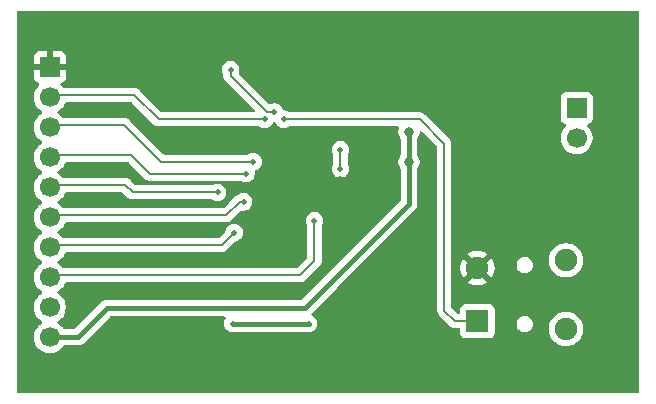
<source format=gbr>
%TF.GenerationSoftware,KiCad,Pcbnew,9.0.2*%
%TF.CreationDate,2025-05-22T21:41:21+02:00*%
%TF.ProjectId,audio_eval01,61756469-6f5f-4657-9661-6c30312e6b69,rev?*%
%TF.SameCoordinates,Original*%
%TF.FileFunction,Copper,L2,Bot*%
%TF.FilePolarity,Positive*%
%FSLAX46Y46*%
G04 Gerber Fmt 4.6, Leading zero omitted, Abs format (unit mm)*
G04 Created by KiCad (PCBNEW 9.0.2) date 2025-05-22 21:41:21*
%MOMM*%
%LPD*%
G01*
G04 APERTURE LIST*
%TA.AperFunction,ComponentPad*%
%ADD10R,1.700000X1.700000*%
%TD*%
%TA.AperFunction,ComponentPad*%
%ADD11C,1.700000*%
%TD*%
%TA.AperFunction,ComponentPad*%
%ADD12R,1.900000X1.900000*%
%TD*%
%TA.AperFunction,ComponentPad*%
%ADD13C,1.900000*%
%TD*%
%TA.AperFunction,ViaPad*%
%ADD14C,0.500000*%
%TD*%
%TA.AperFunction,ViaPad*%
%ADD15C,0.800000*%
%TD*%
%TA.AperFunction,Conductor*%
%ADD16C,0.200000*%
%TD*%
%TA.AperFunction,Conductor*%
%ADD17C,0.400000*%
%TD*%
G04 APERTURE END LIST*
D10*
%TO.P,J3,1,Pin_1*%
%TO.N,Net-(J3-Pin_1)*%
X168800000Y-78460000D03*
D11*
%TO.P,J3,2,Pin_2*%
%TO.N,Net-(J3-Pin_2)*%
X168800000Y-81000000D03*
%TD*%
D10*
%TO.P,J1,1,Pin_1*%
%TO.N,GND*%
X124200000Y-75000000D03*
D11*
%TO.P,J1,2,Pin_2*%
%TO.N,GPIO1*%
X124200000Y-77540000D03*
%TO.P,J1,3,Pin_3*%
%TO.N,DIN*%
X124200000Y-80080000D03*
%TO.P,J1,4,Pin_4*%
%TO.N,WCLK*%
X124200000Y-82620000D03*
%TO.P,J1,5,Pin_5*%
%TO.N,BCLK*%
X124200000Y-85160000D03*
%TO.P,J1,6,Pin_6*%
%TO.N,MCLK*%
X124200000Y-87700000D03*
%TO.P,J1,7,Pin_7*%
%TO.N,SDA*%
X124200000Y-90240000D03*
%TO.P,J1,8,Pin_8*%
%TO.N,SCL*%
X124200000Y-92780000D03*
%TO.P,J1,9,Pin_9*%
%TO.N,3V3*%
X124200000Y-95320000D03*
%TO.P,J1,10,Pin_10*%
%TO.N,5V0*%
X124200000Y-97860000D03*
%TD*%
D12*
%TO.P,J2,R*%
%TO.N,Net-(U1-HPR)*%
X160400000Y-96500000D03*
D13*
%TO.P,J2,S*%
%TO.N,GND*%
X160400000Y-92000000D03*
%TO.P,J2,T*%
%TO.N,Net-(U1-HPL)*%
X167900000Y-97150000D03*
X167900000Y-91350000D03*
%TD*%
D14*
%TO.N,~{RESET}*%
X139500000Y-75200000D03*
X143200000Y-78800000D03*
%TO.N,SCL*%
X146600000Y-88000000D03*
%TO.N,MCLK*%
X140600000Y-86400000D03*
%TO.N,GPIO1*%
X142400000Y-79400000D03*
%TO.N,WCLK*%
X140800000Y-84000000D03*
%TO.N,BCLK*%
X138400000Y-85600000D03*
%TO.N,SDA*%
X139800000Y-89000000D03*
%TO.N,GND*%
X142200000Y-74600000D03*
X142200000Y-76600000D03*
D15*
X148800000Y-84600000D03*
D14*
X142200000Y-75600000D03*
X136200000Y-98000000D03*
X138600000Y-91400000D03*
X148600000Y-80200000D03*
X151700000Y-86200000D03*
X138600000Y-93600000D03*
X152000000Y-76600000D03*
X140200000Y-91400000D03*
X153800000Y-76600000D03*
X135400000Y-98000000D03*
X135400000Y-96800000D03*
X140200000Y-93600000D03*
X150200000Y-76600000D03*
X139400000Y-94400000D03*
X135391896Y-99200000D03*
%TO.N,1V8*%
X146100000Y-96700000D03*
X139700000Y-96700000D03*
%TO.N,DIN*%
X141400000Y-83000000D03*
D15*
%TO.N,5V0*%
X154600000Y-80500000D03*
X154600000Y-83000000D03*
D14*
%TO.N,Net-(U1-HPR)*%
X144000000Y-79400000D03*
%TO.N,Net-(J3-Pin_1)*%
X148800000Y-82000000D03*
X148800000Y-83600000D03*
%TD*%
D16*
%TO.N,~{RESET}*%
X142578341Y-78800000D02*
X143200000Y-78800000D01*
X139500000Y-75200000D02*
X139500000Y-75721659D01*
X139500000Y-75721659D02*
X142578341Y-78800000D01*
%TO.N,SCL*%
X145400000Y-92600000D02*
X146600000Y-91400000D01*
X124380000Y-92600000D02*
X145400000Y-92600000D01*
X124200000Y-92780000D02*
X124380000Y-92600000D01*
X146600000Y-91400000D02*
X146600000Y-88000000D01*
%TO.N,MCLK*%
X140256236Y-86400000D02*
X140600000Y-86400000D01*
X124200000Y-87700000D02*
X124380000Y-87520000D01*
X124380000Y-87520000D02*
X139136236Y-87520000D01*
X139136236Y-87520000D02*
X140256236Y-86400000D01*
%TO.N,GPIO1*%
X131360000Y-77360000D02*
X124380000Y-77360000D01*
X124380000Y-77360000D02*
X124200000Y-77540000D01*
X133400000Y-79400000D02*
X131360000Y-77360000D01*
X142400000Y-79400000D02*
X133400000Y-79400000D01*
%TO.N,WCLK*%
X131092515Y-82440000D02*
X124380000Y-82440000D01*
X124380000Y-82440000D02*
X124200000Y-82620000D01*
X140800000Y-84000000D02*
X132652515Y-84000000D01*
X132652515Y-84000000D02*
X131092515Y-82440000D01*
%TO.N,BCLK*%
X124380000Y-84980000D02*
X124200000Y-85160000D01*
X131200000Y-85600000D02*
X130580000Y-84980000D01*
X130580000Y-84980000D02*
X124380000Y-84980000D01*
X138400000Y-85600000D02*
X131200000Y-85600000D01*
%TO.N,SDA*%
X138740000Y-90060000D02*
X124380000Y-90060000D01*
X139800000Y-89000000D02*
X138740000Y-90060000D01*
X124380000Y-90060000D02*
X124200000Y-90240000D01*
D17*
%TO.N,1V8*%
X146100000Y-96700000D02*
X139700000Y-96700000D01*
D16*
%TO.N,DIN*%
X124380000Y-79900000D02*
X124200000Y-80080000D01*
X133600000Y-83000000D02*
X130500000Y-79900000D01*
X130500000Y-79900000D02*
X124380000Y-79900000D01*
X141400000Y-83000000D02*
X133600000Y-83000000D01*
D17*
%TO.N,5V0*%
X124200000Y-97860000D02*
X126540000Y-97860000D01*
X154600000Y-80500000D02*
X154600000Y-83000000D01*
X126540000Y-97860000D02*
X129000000Y-95400000D01*
X145800000Y-95400000D02*
X154600000Y-86600000D01*
X154600000Y-86600000D02*
X154600000Y-83000000D01*
X129000000Y-95400000D02*
X145800000Y-95400000D01*
D16*
%TO.N,Net-(U1-HPR)*%
X157600000Y-81500000D02*
X157600000Y-95600000D01*
X157600000Y-95600000D02*
X158500000Y-96500000D01*
X144000000Y-79400000D02*
X155500000Y-79400000D01*
X155500000Y-79400000D02*
X157600000Y-81500000D01*
X158500000Y-96500000D02*
X160400000Y-96500000D01*
%TO.N,Net-(J3-Pin_1)*%
X148800000Y-83600000D02*
X148800000Y-82000000D01*
%TD*%
%TA.AperFunction,Conductor*%
%TO.N,GND*%
G36*
X131126942Y-77980185D02*
G01*
X131147583Y-77996818D01*
X133031284Y-79880520D01*
X133031286Y-79880521D01*
X133031290Y-79880524D01*
X133082596Y-79910145D01*
X133168216Y-79959577D01*
X133320943Y-80000501D01*
X133320945Y-80000501D01*
X133486654Y-80000501D01*
X133486670Y-80000500D01*
X141910233Y-80000500D01*
X141977272Y-80020185D01*
X141979124Y-80021398D01*
X142044498Y-80065080D01*
X142044511Y-80065087D01*
X142177586Y-80120208D01*
X142181087Y-80121658D01*
X142181091Y-80121658D01*
X142181092Y-80121659D01*
X142326079Y-80150500D01*
X142326082Y-80150500D01*
X142473920Y-80150500D01*
X142571462Y-80131096D01*
X142618913Y-80121658D01*
X142755495Y-80065084D01*
X142878416Y-79982951D01*
X142982951Y-79878416D01*
X143065084Y-79755495D01*
X143085439Y-79706354D01*
X143129279Y-79651950D01*
X143195573Y-79629885D01*
X143263273Y-79647164D01*
X143310884Y-79698301D01*
X143314561Y-79706354D01*
X143334912Y-79755488D01*
X143334919Y-79755501D01*
X143417048Y-79878415D01*
X143417051Y-79878419D01*
X143521580Y-79982948D01*
X143521584Y-79982951D01*
X143644498Y-80065080D01*
X143644511Y-80065087D01*
X143777586Y-80120208D01*
X143781087Y-80121658D01*
X143781091Y-80121658D01*
X143781092Y-80121659D01*
X143926079Y-80150500D01*
X143926082Y-80150500D01*
X144073920Y-80150500D01*
X144171462Y-80131096D01*
X144218913Y-80121658D01*
X144355495Y-80065084D01*
X144420876Y-80021398D01*
X144487553Y-80000520D01*
X144489767Y-80000500D01*
X153646627Y-80000500D01*
X153713666Y-80020185D01*
X153759421Y-80072989D01*
X153769365Y-80142147D01*
X153761188Y-80171952D01*
X153734106Y-80237332D01*
X153734103Y-80237341D01*
X153699500Y-80411304D01*
X153699500Y-80588695D01*
X153734103Y-80762658D01*
X153734106Y-80762667D01*
X153801984Y-80926542D01*
X153801985Y-80926543D01*
X153801987Y-80926547D01*
X153878602Y-81041208D01*
X153899480Y-81107885D01*
X153899500Y-81110099D01*
X153899500Y-82389899D01*
X153879815Y-82456938D01*
X153878602Y-82458790D01*
X153801988Y-82573449D01*
X153801987Y-82573452D01*
X153734106Y-82737332D01*
X153734103Y-82737341D01*
X153699500Y-82911304D01*
X153699500Y-83088695D01*
X153734103Y-83262658D01*
X153734106Y-83262667D01*
X153801984Y-83426542D01*
X153801985Y-83426543D01*
X153801987Y-83426547D01*
X153868493Y-83526079D01*
X153878602Y-83541208D01*
X153899480Y-83607885D01*
X153899500Y-83610099D01*
X153899500Y-86258481D01*
X153879815Y-86325520D01*
X153863181Y-86346162D01*
X145546162Y-94663181D01*
X145484839Y-94696666D01*
X145458481Y-94699500D01*
X128931003Y-94699500D01*
X128822590Y-94721065D01*
X128822589Y-94721065D01*
X128809131Y-94723742D01*
X128795673Y-94726419D01*
X128795671Y-94726420D01*
X128742866Y-94748292D01*
X128742864Y-94748293D01*
X128742863Y-94748292D01*
X128668196Y-94779221D01*
X128668181Y-94779229D01*
X128634720Y-94801588D01*
X128553457Y-94855886D01*
X128553453Y-94855889D01*
X126286162Y-97123181D01*
X126224839Y-97156666D01*
X126198481Y-97159500D01*
X125423547Y-97159500D01*
X125356508Y-97139815D01*
X125323230Y-97108385D01*
X125270521Y-97035837D01*
X125230107Y-96980211D01*
X125079786Y-96829890D01*
X124907820Y-96704951D01*
X124907115Y-96704591D01*
X124899054Y-96700485D01*
X124848259Y-96652512D01*
X124831463Y-96584692D01*
X124853999Y-96518556D01*
X124899054Y-96479515D01*
X124907816Y-96475051D01*
X124979552Y-96422932D01*
X125079786Y-96350109D01*
X125079788Y-96350106D01*
X125079792Y-96350104D01*
X125230104Y-96199792D01*
X125230106Y-96199788D01*
X125230109Y-96199786D01*
X125355048Y-96027820D01*
X125355047Y-96027820D01*
X125355051Y-96027816D01*
X125451557Y-95838412D01*
X125517246Y-95636243D01*
X125550500Y-95426287D01*
X125550500Y-95213713D01*
X125517246Y-95003757D01*
X125451557Y-94801588D01*
X125355051Y-94612184D01*
X125355049Y-94612181D01*
X125355048Y-94612179D01*
X125230109Y-94440213D01*
X125079786Y-94289890D01*
X124907820Y-94164951D01*
X124907115Y-94164591D01*
X124899054Y-94160485D01*
X124848259Y-94112512D01*
X124831463Y-94044692D01*
X124853999Y-93978556D01*
X124899054Y-93939515D01*
X124907816Y-93935051D01*
X124929789Y-93919086D01*
X125079786Y-93810109D01*
X125079788Y-93810106D01*
X125079792Y-93810104D01*
X125230104Y-93659792D01*
X125230106Y-93659788D01*
X125230109Y-93659786D01*
X125355048Y-93487820D01*
X125355047Y-93487820D01*
X125355051Y-93487816D01*
X125451557Y-93298412D01*
X125455532Y-93286177D01*
X125494971Y-93228504D01*
X125559331Y-93201308D01*
X125573462Y-93200500D01*
X145313331Y-93200500D01*
X145313347Y-93200501D01*
X145320943Y-93200501D01*
X145479054Y-93200501D01*
X145479057Y-93200501D01*
X145631785Y-93159577D01*
X145681904Y-93130639D01*
X145768716Y-93080520D01*
X145880520Y-92968716D01*
X145880520Y-92968714D01*
X145890728Y-92958507D01*
X145890730Y-92958504D01*
X146968713Y-91880521D01*
X146968716Y-91880520D01*
X147080520Y-91768716D01*
X147130639Y-91681904D01*
X147159577Y-91631785D01*
X147200500Y-91479058D01*
X147200500Y-91320943D01*
X147200500Y-88489767D01*
X147220185Y-88422728D01*
X147221398Y-88420876D01*
X147265080Y-88355501D01*
X147265080Y-88355500D01*
X147265084Y-88355495D01*
X147321658Y-88218913D01*
X147335664Y-88148504D01*
X147350500Y-88073920D01*
X147350500Y-87926079D01*
X147321659Y-87781092D01*
X147321658Y-87781091D01*
X147321658Y-87781087D01*
X147321656Y-87781082D01*
X147265087Y-87644511D01*
X147265080Y-87644498D01*
X147182951Y-87521584D01*
X147182948Y-87521580D01*
X147078419Y-87417051D01*
X147078415Y-87417048D01*
X146955501Y-87334919D01*
X146955488Y-87334912D01*
X146818917Y-87278343D01*
X146818907Y-87278340D01*
X146673920Y-87249500D01*
X146673918Y-87249500D01*
X146526082Y-87249500D01*
X146526080Y-87249500D01*
X146381092Y-87278340D01*
X146381082Y-87278343D01*
X146244511Y-87334912D01*
X146244498Y-87334919D01*
X146121584Y-87417048D01*
X146121580Y-87417051D01*
X146017051Y-87521580D01*
X146017048Y-87521584D01*
X145934919Y-87644498D01*
X145934912Y-87644511D01*
X145878343Y-87781082D01*
X145878340Y-87781092D01*
X145849500Y-87926079D01*
X145849500Y-87926082D01*
X145849500Y-88073918D01*
X145849500Y-88073920D01*
X145849499Y-88073920D01*
X145878340Y-88218907D01*
X145878343Y-88218917D01*
X145934912Y-88355488D01*
X145934919Y-88355501D01*
X145978602Y-88420876D01*
X145999480Y-88487553D01*
X145999500Y-88489767D01*
X145999500Y-91099903D01*
X145979815Y-91166942D01*
X145963181Y-91187584D01*
X145187584Y-91963181D01*
X145126261Y-91996666D01*
X145099903Y-91999500D01*
X125365425Y-91999500D01*
X125298386Y-91979815D01*
X125265107Y-91948385D01*
X125230107Y-91900212D01*
X125230102Y-91900206D01*
X125079786Y-91749890D01*
X124907820Y-91624951D01*
X124907115Y-91624591D01*
X124899054Y-91620485D01*
X124848259Y-91572512D01*
X124831463Y-91504692D01*
X124853999Y-91438556D01*
X124899054Y-91399515D01*
X124907816Y-91395051D01*
X125025111Y-91309832D01*
X125079786Y-91270109D01*
X125079788Y-91270106D01*
X125079792Y-91270104D01*
X125230104Y-91119792D01*
X125230106Y-91119788D01*
X125230109Y-91119786D01*
X125355048Y-90947820D01*
X125355047Y-90947820D01*
X125355051Y-90947816D01*
X125451557Y-90758412D01*
X125455532Y-90746177D01*
X125494971Y-90688504D01*
X125559331Y-90661308D01*
X125573462Y-90660500D01*
X138653331Y-90660500D01*
X138653347Y-90660501D01*
X138660943Y-90660501D01*
X138819054Y-90660501D01*
X138819057Y-90660501D01*
X138971785Y-90619577D01*
X139023408Y-90589772D01*
X139108716Y-90540520D01*
X139220520Y-90428716D01*
X139220520Y-90428714D01*
X139230724Y-90418511D01*
X139230728Y-90418506D01*
X139878301Y-89770932D01*
X139939622Y-89737449D01*
X139941644Y-89737027D01*
X140018913Y-89721658D01*
X140155495Y-89665084D01*
X140278416Y-89582951D01*
X140382951Y-89478416D01*
X140465084Y-89355495D01*
X140521658Y-89218913D01*
X140531096Y-89171462D01*
X140550500Y-89073920D01*
X140550500Y-88926079D01*
X140521659Y-88781092D01*
X140521658Y-88781091D01*
X140521658Y-88781087D01*
X140521656Y-88781082D01*
X140465087Y-88644511D01*
X140465080Y-88644498D01*
X140382951Y-88521584D01*
X140382948Y-88521580D01*
X140278419Y-88417051D01*
X140278415Y-88417048D01*
X140155501Y-88334919D01*
X140155488Y-88334912D01*
X140018917Y-88278343D01*
X140018907Y-88278340D01*
X139873920Y-88249500D01*
X139873918Y-88249500D01*
X139726082Y-88249500D01*
X139726080Y-88249500D01*
X139581092Y-88278340D01*
X139581082Y-88278343D01*
X139444511Y-88334912D01*
X139444498Y-88334919D01*
X139321584Y-88417048D01*
X139321580Y-88417051D01*
X139217051Y-88521580D01*
X139217048Y-88521584D01*
X139134919Y-88644498D01*
X139134912Y-88644511D01*
X139078342Y-88781084D01*
X139078340Y-88781092D01*
X139063000Y-88858210D01*
X139030615Y-88920121D01*
X139029064Y-88921699D01*
X138527584Y-89423181D01*
X138466261Y-89456666D01*
X138439903Y-89459500D01*
X125365425Y-89459500D01*
X125298386Y-89439815D01*
X125265107Y-89408385D01*
X125230107Y-89360212D01*
X125230102Y-89360206D01*
X125079786Y-89209890D01*
X124907820Y-89084951D01*
X124907115Y-89084591D01*
X124899054Y-89080485D01*
X124848259Y-89032512D01*
X124831463Y-88964692D01*
X124853999Y-88898556D01*
X124899054Y-88859515D01*
X124907816Y-88855051D01*
X125009613Y-88781092D01*
X125079786Y-88730109D01*
X125079788Y-88730106D01*
X125079792Y-88730104D01*
X125230104Y-88579792D01*
X125230106Y-88579788D01*
X125230109Y-88579786D01*
X125355048Y-88407820D01*
X125355047Y-88407820D01*
X125355051Y-88407816D01*
X125451557Y-88218412D01*
X125455532Y-88206177D01*
X125494971Y-88148504D01*
X125559331Y-88121308D01*
X125573462Y-88120500D01*
X139049567Y-88120500D01*
X139049583Y-88120501D01*
X139057179Y-88120501D01*
X139215290Y-88120501D01*
X139215293Y-88120501D01*
X139368021Y-88079577D01*
X139418140Y-88050639D01*
X139504952Y-88000520D01*
X139616756Y-87888716D01*
X139616756Y-87888714D01*
X139626964Y-87878507D01*
X139626966Y-87878504D01*
X140336494Y-87168975D01*
X140397815Y-87135492D01*
X140448365Y-87135041D01*
X140526079Y-87150500D01*
X140526082Y-87150500D01*
X140673920Y-87150500D01*
X140771462Y-87131096D01*
X140818913Y-87121658D01*
X140955495Y-87065084D01*
X141078416Y-86982951D01*
X141182951Y-86878416D01*
X141265084Y-86755495D01*
X141321658Y-86618913D01*
X141336371Y-86544949D01*
X141350500Y-86473920D01*
X141350500Y-86326079D01*
X141321659Y-86181092D01*
X141321658Y-86181091D01*
X141321658Y-86181087D01*
X141280004Y-86080524D01*
X141265087Y-86044511D01*
X141265080Y-86044498D01*
X141182951Y-85921584D01*
X141182948Y-85921580D01*
X141078419Y-85817051D01*
X141078415Y-85817048D01*
X140955501Y-85734919D01*
X140955488Y-85734912D01*
X140818917Y-85678343D01*
X140818907Y-85678340D01*
X140673920Y-85649500D01*
X140673918Y-85649500D01*
X140526082Y-85649500D01*
X140526080Y-85649500D01*
X140381092Y-85678340D01*
X140381082Y-85678343D01*
X140244506Y-85734914D01*
X140244504Y-85734915D01*
X140145231Y-85801246D01*
X140121001Y-85813822D01*
X140114820Y-85816208D01*
X140024451Y-85840423D01*
X139977005Y-85867816D01*
X139968656Y-85872636D01*
X139968654Y-85872637D01*
X139887523Y-85919477D01*
X139887518Y-85919481D01*
X139775716Y-86031284D01*
X139775714Y-86031286D01*
X139333081Y-86473920D01*
X138923820Y-86883181D01*
X138862497Y-86916666D01*
X138836139Y-86919500D01*
X125365425Y-86919500D01*
X125298386Y-86899815D01*
X125265107Y-86868385D01*
X125230107Y-86820212D01*
X125230102Y-86820206D01*
X125079786Y-86669890D01*
X124907820Y-86544951D01*
X124907115Y-86544591D01*
X124899054Y-86540485D01*
X124848259Y-86492512D01*
X124831463Y-86424692D01*
X124853999Y-86358556D01*
X124899054Y-86319515D01*
X124907816Y-86315051D01*
X124976596Y-86265080D01*
X125079786Y-86190109D01*
X125079788Y-86190106D01*
X125079792Y-86190104D01*
X125230104Y-86039792D01*
X125230106Y-86039788D01*
X125230109Y-86039786D01*
X125355048Y-85867820D01*
X125355047Y-85867820D01*
X125355051Y-85867816D01*
X125451557Y-85678412D01*
X125455532Y-85666177D01*
X125494971Y-85608504D01*
X125559331Y-85581308D01*
X125573462Y-85580500D01*
X130279903Y-85580500D01*
X130346942Y-85600185D01*
X130367584Y-85616819D01*
X130715139Y-85964374D01*
X130715149Y-85964385D01*
X130719479Y-85968715D01*
X130719480Y-85968716D01*
X130831284Y-86080520D01*
X130831286Y-86080521D01*
X130831290Y-86080524D01*
X130968209Y-86159573D01*
X130968216Y-86159577D01*
X131080019Y-86189534D01*
X131120942Y-86200500D01*
X131120943Y-86200500D01*
X137910233Y-86200500D01*
X137977272Y-86220185D01*
X137979124Y-86221398D01*
X138044498Y-86265080D01*
X138044511Y-86265087D01*
X138152563Y-86309843D01*
X138181087Y-86321658D01*
X138181091Y-86321658D01*
X138181092Y-86321659D01*
X138326079Y-86350500D01*
X138326082Y-86350500D01*
X138473920Y-86350500D01*
X138571462Y-86331096D01*
X138618913Y-86321658D01*
X138755495Y-86265084D01*
X138878416Y-86182951D01*
X138982951Y-86078416D01*
X139065084Y-85955495D01*
X139121658Y-85818913D01*
X139138367Y-85734912D01*
X139150500Y-85673919D01*
X139150500Y-85526079D01*
X139121659Y-85381092D01*
X139121658Y-85381091D01*
X139121658Y-85381087D01*
X139121656Y-85381082D01*
X139065087Y-85244511D01*
X139065080Y-85244498D01*
X138982951Y-85121584D01*
X138982948Y-85121580D01*
X138878419Y-85017051D01*
X138878415Y-85017048D01*
X138755501Y-84934919D01*
X138755488Y-84934912D01*
X138618917Y-84878343D01*
X138618907Y-84878340D01*
X138473920Y-84849500D01*
X138473918Y-84849500D01*
X138326082Y-84849500D01*
X138326080Y-84849500D01*
X138181092Y-84878340D01*
X138181082Y-84878343D01*
X138044511Y-84934912D01*
X138044498Y-84934919D01*
X137979124Y-84978602D01*
X137912447Y-84999480D01*
X137910233Y-84999500D01*
X131500097Y-84999500D01*
X131433058Y-84979815D01*
X131412416Y-84963181D01*
X131067590Y-84618355D01*
X131067588Y-84618352D01*
X130948717Y-84499481D01*
X130948716Y-84499480D01*
X130861904Y-84449360D01*
X130861904Y-84449359D01*
X130861900Y-84449358D01*
X130811785Y-84420423D01*
X130659057Y-84379499D01*
X130500943Y-84379499D01*
X130493347Y-84379499D01*
X130493331Y-84379500D01*
X125365425Y-84379500D01*
X125298386Y-84359815D01*
X125265107Y-84328385D01*
X125230107Y-84280212D01*
X125230102Y-84280206D01*
X125079786Y-84129890D01*
X124907820Y-84004951D01*
X124907115Y-84004591D01*
X124899054Y-84000485D01*
X124848259Y-83952512D01*
X124831463Y-83884692D01*
X124853999Y-83818556D01*
X124899054Y-83779515D01*
X124907816Y-83775051D01*
X124958371Y-83738321D01*
X125079786Y-83650109D01*
X125079788Y-83650106D01*
X125079792Y-83650104D01*
X125230104Y-83499792D01*
X125230106Y-83499788D01*
X125230109Y-83499786D01*
X125355048Y-83327820D01*
X125355047Y-83327820D01*
X125355051Y-83327816D01*
X125451557Y-83138412D01*
X125455532Y-83126177D01*
X125494971Y-83068504D01*
X125559331Y-83041308D01*
X125573462Y-83040500D01*
X130792418Y-83040500D01*
X130859457Y-83060185D01*
X130880099Y-83076819D01*
X132167654Y-84364374D01*
X132167664Y-84364385D01*
X132171994Y-84368715D01*
X132171995Y-84368716D01*
X132283799Y-84480520D01*
X132283801Y-84480521D01*
X132283805Y-84480524D01*
X132356018Y-84522216D01*
X132356022Y-84522217D01*
X132356023Y-84522218D01*
X132388376Y-84540897D01*
X132420727Y-84559576D01*
X132420729Y-84559576D01*
X132420730Y-84559577D01*
X132573458Y-84600500D01*
X132731572Y-84600500D01*
X140310233Y-84600500D01*
X140377272Y-84620185D01*
X140379124Y-84621398D01*
X140444498Y-84665080D01*
X140444511Y-84665087D01*
X140581082Y-84721656D01*
X140581087Y-84721658D01*
X140581091Y-84721658D01*
X140581092Y-84721659D01*
X140726079Y-84750500D01*
X140726082Y-84750500D01*
X140873920Y-84750500D01*
X140971462Y-84731096D01*
X141018913Y-84721658D01*
X141155495Y-84665084D01*
X141278416Y-84582951D01*
X141382951Y-84478416D01*
X141465084Y-84355495D01*
X141521658Y-84218913D01*
X141549605Y-84078419D01*
X141550500Y-84073920D01*
X141550500Y-83926079D01*
X141537970Y-83863090D01*
X141544197Y-83793499D01*
X141587059Y-83738321D01*
X141613755Y-83725121D01*
X141613286Y-83723989D01*
X141755488Y-83665087D01*
X141755488Y-83665086D01*
X141755495Y-83665084D01*
X141878416Y-83582951D01*
X141982951Y-83478416D01*
X142065084Y-83355495D01*
X142121658Y-83218913D01*
X142135794Y-83147847D01*
X142150500Y-83073920D01*
X142150500Y-82926079D01*
X142121659Y-82781092D01*
X142121658Y-82781091D01*
X142121658Y-82781087D01*
X142098959Y-82726286D01*
X142065087Y-82644511D01*
X142065080Y-82644498D01*
X141982951Y-82521584D01*
X141982948Y-82521580D01*
X141878419Y-82417051D01*
X141878415Y-82417048D01*
X141755501Y-82334919D01*
X141755488Y-82334912D01*
X141618917Y-82278343D01*
X141618907Y-82278340D01*
X141473920Y-82249500D01*
X141473918Y-82249500D01*
X141326082Y-82249500D01*
X141326080Y-82249500D01*
X141181092Y-82278340D01*
X141181082Y-82278343D01*
X141044511Y-82334912D01*
X141044498Y-82334919D01*
X140979124Y-82378602D01*
X140912447Y-82399480D01*
X140910233Y-82399500D01*
X133900097Y-82399500D01*
X133833058Y-82379815D01*
X133812416Y-82363181D01*
X133523155Y-82073920D01*
X148049499Y-82073920D01*
X148078340Y-82218907D01*
X148078343Y-82218917D01*
X148134912Y-82355488D01*
X148134919Y-82355501D01*
X148178602Y-82420876D01*
X148199480Y-82487553D01*
X148199500Y-82489767D01*
X148199500Y-83110232D01*
X148179815Y-83177271D01*
X148178603Y-83179122D01*
X148134914Y-83244508D01*
X148078343Y-83381082D01*
X148078340Y-83381092D01*
X148049500Y-83526079D01*
X148049500Y-83526082D01*
X148049500Y-83673918D01*
X148049500Y-83673920D01*
X148049499Y-83673920D01*
X148078340Y-83818907D01*
X148078343Y-83818917D01*
X148134912Y-83955488D01*
X148134919Y-83955501D01*
X148217048Y-84078415D01*
X148217051Y-84078419D01*
X148321580Y-84182948D01*
X148321584Y-84182951D01*
X148444498Y-84265080D01*
X148444511Y-84265087D01*
X148581082Y-84321656D01*
X148581087Y-84321658D01*
X148581091Y-84321658D01*
X148581092Y-84321659D01*
X148726079Y-84350500D01*
X148726082Y-84350500D01*
X148873920Y-84350500D01*
X148985095Y-84328385D01*
X149018913Y-84321658D01*
X149155495Y-84265084D01*
X149278416Y-84182951D01*
X149382951Y-84078416D01*
X149465084Y-83955495D01*
X149521658Y-83818913D01*
X149550500Y-83673918D01*
X149550500Y-83526082D01*
X149550500Y-83526079D01*
X149521659Y-83381092D01*
X149521658Y-83381091D01*
X149521658Y-83381087D01*
X149465084Y-83244505D01*
X149421396Y-83179121D01*
X149400520Y-83112444D01*
X149400500Y-83110232D01*
X149400500Y-82489767D01*
X149420185Y-82422728D01*
X149421398Y-82420876D01*
X149465080Y-82355501D01*
X149465080Y-82355500D01*
X149465084Y-82355495D01*
X149521658Y-82218913D01*
X149550500Y-82073918D01*
X149550500Y-81926082D01*
X149550500Y-81926079D01*
X149521659Y-81781092D01*
X149521658Y-81781091D01*
X149521658Y-81781087D01*
X149518614Y-81773739D01*
X149465087Y-81644511D01*
X149465080Y-81644498D01*
X149382951Y-81521584D01*
X149382948Y-81521580D01*
X149278419Y-81417051D01*
X149278415Y-81417048D01*
X149155501Y-81334919D01*
X149155488Y-81334912D01*
X149018917Y-81278343D01*
X149018907Y-81278340D01*
X148873920Y-81249500D01*
X148873918Y-81249500D01*
X148726082Y-81249500D01*
X148726080Y-81249500D01*
X148581092Y-81278340D01*
X148581082Y-81278343D01*
X148444511Y-81334912D01*
X148444498Y-81334919D01*
X148321584Y-81417048D01*
X148321580Y-81417051D01*
X148217051Y-81521580D01*
X148217048Y-81521584D01*
X148134919Y-81644498D01*
X148134912Y-81644511D01*
X148078343Y-81781082D01*
X148078340Y-81781092D01*
X148049500Y-81926079D01*
X148049500Y-81926082D01*
X148049500Y-82073918D01*
X148049500Y-82073920D01*
X148049499Y-82073920D01*
X133523155Y-82073920D01*
X130987590Y-79538355D01*
X130987588Y-79538352D01*
X130868717Y-79419481D01*
X130868716Y-79419480D01*
X130762007Y-79357872D01*
X130762006Y-79357871D01*
X130731783Y-79340422D01*
X130675881Y-79325443D01*
X130579057Y-79299499D01*
X130420943Y-79299499D01*
X130413347Y-79299499D01*
X130413331Y-79299500D01*
X125365425Y-79299500D01*
X125298386Y-79279815D01*
X125265107Y-79248385D01*
X125230107Y-79200212D01*
X125230102Y-79200206D01*
X125079786Y-79049890D01*
X124907820Y-78924951D01*
X124907115Y-78924591D01*
X124899054Y-78920485D01*
X124848259Y-78872512D01*
X124831463Y-78804692D01*
X124853999Y-78738556D01*
X124899054Y-78699515D01*
X124907816Y-78695051D01*
X124971005Y-78649142D01*
X125079786Y-78570109D01*
X125079788Y-78570106D01*
X125079792Y-78570104D01*
X125230104Y-78419792D01*
X125230106Y-78419788D01*
X125230109Y-78419786D01*
X125355048Y-78247820D01*
X125355047Y-78247820D01*
X125355051Y-78247816D01*
X125451557Y-78058412D01*
X125455532Y-78046177D01*
X125494971Y-77988504D01*
X125559331Y-77961308D01*
X125573462Y-77960500D01*
X131059903Y-77960500D01*
X131126942Y-77980185D01*
G37*
%TD.AperFunction*%
%TA.AperFunction,Conductor*%
G36*
X174042539Y-70220185D02*
G01*
X174088294Y-70272989D01*
X174099500Y-70324500D01*
X174099500Y-102475500D01*
X174079815Y-102542539D01*
X174027011Y-102588294D01*
X173975500Y-102599500D01*
X121524500Y-102599500D01*
X121457461Y-102579815D01*
X121411706Y-102527011D01*
X121400500Y-102475500D01*
X121400500Y-77433713D01*
X122849500Y-77433713D01*
X122849500Y-77646287D01*
X122882754Y-77856243D01*
X122945547Y-78049500D01*
X122948444Y-78058414D01*
X123044951Y-78247820D01*
X123169890Y-78419786D01*
X123320213Y-78570109D01*
X123492182Y-78695050D01*
X123500946Y-78699516D01*
X123551742Y-78747491D01*
X123568536Y-78815312D01*
X123545998Y-78881447D01*
X123500946Y-78920484D01*
X123492182Y-78924949D01*
X123320213Y-79049890D01*
X123169890Y-79200213D01*
X123044951Y-79372179D01*
X122948444Y-79561585D01*
X122882753Y-79763760D01*
X122849500Y-79973713D01*
X122849500Y-80186286D01*
X122866272Y-80292184D01*
X122882754Y-80396243D01*
X122945284Y-80588691D01*
X122948444Y-80598414D01*
X123044951Y-80787820D01*
X123169890Y-80959786D01*
X123320213Y-81110109D01*
X123492182Y-81235050D01*
X123500946Y-81239516D01*
X123551742Y-81287491D01*
X123568536Y-81355312D01*
X123545998Y-81421447D01*
X123500946Y-81460484D01*
X123492182Y-81464949D01*
X123320213Y-81589890D01*
X123169890Y-81740213D01*
X123044951Y-81912179D01*
X122948444Y-82101585D01*
X122882753Y-82303760D01*
X122849500Y-82513713D01*
X122849500Y-82726286D01*
X122881144Y-82926082D01*
X122882754Y-82936243D01*
X122940005Y-83112444D01*
X122948444Y-83138414D01*
X123044951Y-83327820D01*
X123169890Y-83499786D01*
X123320213Y-83650109D01*
X123492182Y-83775050D01*
X123500946Y-83779516D01*
X123551742Y-83827491D01*
X123568536Y-83895312D01*
X123545998Y-83961447D01*
X123500946Y-84000484D01*
X123492182Y-84004949D01*
X123320213Y-84129890D01*
X123169890Y-84280213D01*
X123044951Y-84452179D01*
X122948444Y-84641585D01*
X122882753Y-84843760D01*
X122855307Y-85017048D01*
X122849500Y-85053713D01*
X122849500Y-85266287D01*
X122882754Y-85476243D01*
X122948420Y-85678342D01*
X122948444Y-85678414D01*
X123044951Y-85867820D01*
X123169890Y-86039786D01*
X123320213Y-86190109D01*
X123492182Y-86315050D01*
X123500946Y-86319516D01*
X123551742Y-86367491D01*
X123568536Y-86435312D01*
X123545998Y-86501447D01*
X123500946Y-86540484D01*
X123492182Y-86544949D01*
X123320213Y-86669890D01*
X123169890Y-86820213D01*
X123044951Y-86992179D01*
X122948444Y-87181585D01*
X122882753Y-87383760D01*
X122849500Y-87593713D01*
X122849500Y-87806286D01*
X122880263Y-88000520D01*
X122882754Y-88016243D01*
X122925728Y-88148504D01*
X122948444Y-88218414D01*
X123044951Y-88407820D01*
X123169890Y-88579786D01*
X123320213Y-88730109D01*
X123492182Y-88855050D01*
X123500946Y-88859516D01*
X123551742Y-88907491D01*
X123568536Y-88975312D01*
X123545998Y-89041447D01*
X123500946Y-89080484D01*
X123492182Y-89084949D01*
X123320213Y-89209890D01*
X123169890Y-89360213D01*
X123044951Y-89532179D01*
X122948444Y-89721585D01*
X122882753Y-89923760D01*
X122849500Y-90133713D01*
X122849500Y-90346286D01*
X122880263Y-90540520D01*
X122882754Y-90556243D01*
X122925728Y-90688504D01*
X122948444Y-90758414D01*
X123044951Y-90947820D01*
X123169890Y-91119786D01*
X123320213Y-91270109D01*
X123492182Y-91395050D01*
X123500946Y-91399516D01*
X123551742Y-91447491D01*
X123568536Y-91515312D01*
X123545998Y-91581447D01*
X123500946Y-91620484D01*
X123492182Y-91624949D01*
X123320213Y-91749890D01*
X123169890Y-91900213D01*
X123044951Y-92072179D01*
X122948444Y-92261585D01*
X122882753Y-92463760D01*
X122849500Y-92673713D01*
X122849500Y-92886286D01*
X122880263Y-93080520D01*
X122882754Y-93096243D01*
X122929512Y-93240150D01*
X122948444Y-93298414D01*
X123044951Y-93487820D01*
X123169890Y-93659786D01*
X123320213Y-93810109D01*
X123492182Y-93935050D01*
X123500946Y-93939516D01*
X123551742Y-93987491D01*
X123568536Y-94055312D01*
X123545998Y-94121447D01*
X123500946Y-94160484D01*
X123492182Y-94164949D01*
X123320213Y-94289890D01*
X123169890Y-94440213D01*
X123044951Y-94612179D01*
X122948444Y-94801585D01*
X122882753Y-95003760D01*
X122852867Y-95192452D01*
X122849500Y-95213713D01*
X122849500Y-95426287D01*
X122852071Y-95442517D01*
X122864491Y-95520939D01*
X122882754Y-95636243D01*
X122946290Y-95831787D01*
X122948444Y-95838414D01*
X123044951Y-96027820D01*
X123169890Y-96199786D01*
X123320213Y-96350109D01*
X123492182Y-96475050D01*
X123500946Y-96479516D01*
X123551742Y-96527491D01*
X123568536Y-96595312D01*
X123545998Y-96661447D01*
X123500946Y-96700484D01*
X123492182Y-96704949D01*
X123320213Y-96829890D01*
X123169890Y-96980213D01*
X123044951Y-97152179D01*
X122948444Y-97341585D01*
X122882753Y-97543760D01*
X122856930Y-97706803D01*
X122849500Y-97753713D01*
X122849500Y-97966287D01*
X122882754Y-98176243D01*
X122908791Y-98256377D01*
X122948444Y-98378414D01*
X123044951Y-98567820D01*
X123169890Y-98739786D01*
X123320213Y-98890109D01*
X123492179Y-99015048D01*
X123492181Y-99015049D01*
X123492184Y-99015051D01*
X123681588Y-99111557D01*
X123883757Y-99177246D01*
X124093713Y-99210500D01*
X124093714Y-99210500D01*
X124306286Y-99210500D01*
X124306287Y-99210500D01*
X124516243Y-99177246D01*
X124718412Y-99111557D01*
X124907816Y-99015051D01*
X124929789Y-98999086D01*
X125079786Y-98890109D01*
X125079788Y-98890106D01*
X125079792Y-98890104D01*
X125230104Y-98739792D01*
X125323229Y-98611614D01*
X125378558Y-98568949D01*
X125423547Y-98560500D01*
X126608996Y-98560500D01*
X126700040Y-98542389D01*
X126744328Y-98533580D01*
X126808069Y-98507177D01*
X126871807Y-98480777D01*
X126871808Y-98480776D01*
X126871811Y-98480775D01*
X126986543Y-98404114D01*
X129253837Y-96136818D01*
X129315160Y-96103334D01*
X129341518Y-96100500D01*
X138965967Y-96100500D01*
X139033006Y-96120185D01*
X139078761Y-96172989D01*
X139088705Y-96242147D01*
X139069069Y-96293391D01*
X139034919Y-96344498D01*
X139034912Y-96344511D01*
X138978343Y-96481082D01*
X138978340Y-96481092D01*
X138949500Y-96626079D01*
X138949500Y-96626082D01*
X138949500Y-96773918D01*
X138949500Y-96773920D01*
X138949499Y-96773920D01*
X138978340Y-96918907D01*
X138978343Y-96918917D01*
X139034912Y-97055488D01*
X139034919Y-97055501D01*
X139117048Y-97178415D01*
X139117051Y-97178419D01*
X139221580Y-97282948D01*
X139221584Y-97282951D01*
X139344498Y-97365080D01*
X139344511Y-97365087D01*
X139462507Y-97413962D01*
X139481087Y-97421658D01*
X139481091Y-97421658D01*
X139481092Y-97421659D01*
X139626079Y-97450500D01*
X139626082Y-97450500D01*
X139773920Y-97450500D01*
X139871462Y-97431096D01*
X139918913Y-97421658D01*
X139937493Y-97413962D01*
X139947206Y-97409939D01*
X139994658Y-97400500D01*
X145805342Y-97400500D01*
X145852794Y-97409939D01*
X145862514Y-97413965D01*
X145881087Y-97421658D01*
X145881091Y-97421658D01*
X145881092Y-97421659D01*
X146026079Y-97450500D01*
X146026082Y-97450500D01*
X146173920Y-97450500D01*
X146271462Y-97431096D01*
X146318913Y-97421658D01*
X146455495Y-97365084D01*
X146578416Y-97282951D01*
X146682951Y-97178416D01*
X146765084Y-97055495D01*
X146821658Y-96918913D01*
X146839366Y-96829890D01*
X146850500Y-96773920D01*
X146850500Y-96626079D01*
X146821659Y-96481092D01*
X146821658Y-96481091D01*
X146821658Y-96481087D01*
X146821007Y-96479516D01*
X146765087Y-96344511D01*
X146765080Y-96344498D01*
X146682951Y-96221584D01*
X146682948Y-96221580D01*
X146578419Y-96117051D01*
X146578415Y-96117048D01*
X146455501Y-96034919D01*
X146455488Y-96034912D01*
X146414990Y-96018138D01*
X146360586Y-95974298D01*
X146338521Y-95908004D01*
X146355800Y-95840304D01*
X146374761Y-95815896D01*
X148530871Y-93659786D01*
X155144113Y-87046543D01*
X155148833Y-87039480D01*
X155220775Y-86931811D01*
X155251707Y-86857134D01*
X155273580Y-86804329D01*
X155280664Y-86768716D01*
X155300500Y-86668993D01*
X155300500Y-83610099D01*
X155320185Y-83543060D01*
X155321398Y-83541208D01*
X155331507Y-83526079D01*
X155398013Y-83426547D01*
X155465894Y-83262666D01*
X155469507Y-83244505D01*
X155500499Y-83088695D01*
X155500500Y-83088693D01*
X155500500Y-82911306D01*
X155500499Y-82911304D01*
X155465896Y-82737341D01*
X155465893Y-82737332D01*
X155461318Y-82726286D01*
X155398013Y-82573453D01*
X155398011Y-82573451D01*
X155398011Y-82573449D01*
X155321398Y-82458790D01*
X155300520Y-82392112D01*
X155300500Y-82389899D01*
X155300500Y-81110099D01*
X155320185Y-81043060D01*
X155321398Y-81041208D01*
X155398013Y-80926547D01*
X155465894Y-80762666D01*
X155481590Y-80683760D01*
X155500499Y-80588695D01*
X155500500Y-80588693D01*
X155500500Y-80549097D01*
X155520185Y-80482058D01*
X155572989Y-80436303D01*
X155642147Y-80426359D01*
X155705703Y-80455384D01*
X155712181Y-80461416D01*
X156963181Y-81712416D01*
X156996666Y-81773739D01*
X156999500Y-81800097D01*
X156999500Y-95513330D01*
X156999499Y-95513348D01*
X156999499Y-95679054D01*
X156999498Y-95679054D01*
X156999499Y-95679057D01*
X157036511Y-95817187D01*
X157040424Y-95831787D01*
X157048942Y-95846540D01*
X157048943Y-95846542D01*
X157119477Y-95968712D01*
X157119481Y-95968717D01*
X157238349Y-96087585D01*
X157238355Y-96087590D01*
X158015139Y-96864374D01*
X158015149Y-96864385D01*
X158019479Y-96868715D01*
X158019480Y-96868716D01*
X158131284Y-96980520D01*
X158218095Y-97030639D01*
X158218097Y-97030641D01*
X158261133Y-97055488D01*
X158268215Y-97059577D01*
X158420942Y-97100500D01*
X158420943Y-97100500D01*
X158825501Y-97100500D01*
X158892540Y-97120185D01*
X158938295Y-97172989D01*
X158949501Y-97224500D01*
X158949501Y-97497876D01*
X158955908Y-97557483D01*
X159006202Y-97692328D01*
X159006206Y-97692335D01*
X159092452Y-97807544D01*
X159092455Y-97807547D01*
X159207664Y-97893793D01*
X159207671Y-97893797D01*
X159342517Y-97944091D01*
X159342516Y-97944091D01*
X159349444Y-97944835D01*
X159402127Y-97950500D01*
X161397872Y-97950499D01*
X161457483Y-97944091D01*
X161592331Y-97893796D01*
X161707546Y-97807546D01*
X161793796Y-97692331D01*
X161844091Y-97557483D01*
X161850500Y-97497873D01*
X161850499Y-96818010D01*
X163709499Y-96818010D01*
X163736034Y-96951405D01*
X163736037Y-96951415D01*
X163788083Y-97077067D01*
X163788090Y-97077080D01*
X163863653Y-97190167D01*
X163863656Y-97190171D01*
X163959828Y-97286343D01*
X163959832Y-97286346D01*
X164072919Y-97361909D01*
X164072932Y-97361916D01*
X164198584Y-97413962D01*
X164198589Y-97413964D01*
X164198593Y-97413964D01*
X164198594Y-97413965D01*
X164331989Y-97440500D01*
X164331992Y-97440500D01*
X164468010Y-97440500D01*
X164562741Y-97421656D01*
X164601411Y-97413964D01*
X164719411Y-97365087D01*
X164727067Y-97361916D01*
X164727067Y-97361915D01*
X164727074Y-97361913D01*
X164840168Y-97286346D01*
X164936346Y-97190168D01*
X165011913Y-97077074D01*
X165011916Y-97077067D01*
X165028994Y-97035837D01*
X166449500Y-97035837D01*
X166449500Y-97264162D01*
X166485215Y-97489660D01*
X166555770Y-97706803D01*
X166651047Y-97893793D01*
X166659421Y-97910228D01*
X166793621Y-98094937D01*
X166955063Y-98256379D01*
X167139772Y-98390579D01*
X167235884Y-98439550D01*
X167343196Y-98494229D01*
X167343198Y-98494229D01*
X167343201Y-98494231D01*
X167459592Y-98532049D01*
X167560339Y-98564784D01*
X167785838Y-98600500D01*
X167785843Y-98600500D01*
X168014162Y-98600500D01*
X168239660Y-98564784D01*
X168252845Y-98560500D01*
X168456799Y-98494231D01*
X168660228Y-98390579D01*
X168844937Y-98256379D01*
X169006379Y-98094937D01*
X169140579Y-97910228D01*
X169244231Y-97706799D01*
X169314784Y-97489660D01*
X169325554Y-97421659D01*
X169350500Y-97264162D01*
X169350500Y-97035837D01*
X169314784Y-96810339D01*
X169271102Y-96675900D01*
X169244231Y-96593201D01*
X169244229Y-96593198D01*
X169244229Y-96593196D01*
X169157475Y-96422932D01*
X169140579Y-96389772D01*
X169006379Y-96205063D01*
X168844937Y-96043621D01*
X168660228Y-95909421D01*
X168630899Y-95894477D01*
X168456803Y-95805770D01*
X168239660Y-95735215D01*
X168014162Y-95699500D01*
X168014157Y-95699500D01*
X167785843Y-95699500D01*
X167785838Y-95699500D01*
X167560339Y-95735215D01*
X167343196Y-95805770D01*
X167139771Y-95909421D01*
X166955061Y-96043622D01*
X166793622Y-96205061D01*
X166659421Y-96389771D01*
X166555770Y-96593196D01*
X166485215Y-96810339D01*
X166449500Y-97035837D01*
X165028994Y-97035837D01*
X165050665Y-96983519D01*
X165063962Y-96951415D01*
X165063964Y-96951411D01*
X165072647Y-96907755D01*
X165090500Y-96818010D01*
X165090500Y-96681989D01*
X165063965Y-96548594D01*
X165063964Y-96548593D01*
X165063964Y-96548589D01*
X165036002Y-96481082D01*
X165011916Y-96422932D01*
X165011909Y-96422919D01*
X164936346Y-96309832D01*
X164936343Y-96309828D01*
X164840171Y-96213656D01*
X164840167Y-96213653D01*
X164727080Y-96138090D01*
X164727067Y-96138083D01*
X164601415Y-96086037D01*
X164601405Y-96086034D01*
X164468010Y-96059500D01*
X164468008Y-96059500D01*
X164331992Y-96059500D01*
X164331990Y-96059500D01*
X164198594Y-96086034D01*
X164198584Y-96086037D01*
X164072932Y-96138083D01*
X164072919Y-96138090D01*
X163959832Y-96213653D01*
X163959828Y-96213656D01*
X163863656Y-96309828D01*
X163863653Y-96309832D01*
X163788090Y-96422919D01*
X163788083Y-96422932D01*
X163736037Y-96548584D01*
X163736034Y-96548594D01*
X163709500Y-96681989D01*
X163709500Y-96681992D01*
X163709500Y-96818008D01*
X163709500Y-96818010D01*
X163709499Y-96818010D01*
X161850499Y-96818010D01*
X161850499Y-96481092D01*
X161850499Y-95502129D01*
X161850498Y-95502123D01*
X161850497Y-95502116D01*
X161844091Y-95442517D01*
X161838037Y-95426286D01*
X161793797Y-95307671D01*
X161793793Y-95307664D01*
X161707547Y-95192455D01*
X161707544Y-95192452D01*
X161592335Y-95106206D01*
X161592328Y-95106202D01*
X161457482Y-95055908D01*
X161457483Y-95055908D01*
X161397883Y-95049501D01*
X161397881Y-95049500D01*
X161397873Y-95049500D01*
X161397864Y-95049500D01*
X159402129Y-95049500D01*
X159402123Y-95049501D01*
X159342516Y-95055908D01*
X159207671Y-95106202D01*
X159207664Y-95106206D01*
X159092455Y-95192452D01*
X159092452Y-95192455D01*
X159006206Y-95307664D01*
X159006202Y-95307671D01*
X158955908Y-95442517D01*
X158949501Y-95502116D01*
X158949501Y-95502123D01*
X158949500Y-95502135D01*
X158949500Y-95775500D01*
X158946949Y-95784185D01*
X158948238Y-95793147D01*
X158937259Y-95817187D01*
X158929815Y-95842539D01*
X158922974Y-95848466D01*
X158919213Y-95856703D01*
X158896978Y-95870992D01*
X158877011Y-95888294D01*
X158866496Y-95890581D01*
X158860435Y-95894477D01*
X158825500Y-95899500D01*
X158800097Y-95899500D01*
X158733058Y-95879815D01*
X158712416Y-95863181D01*
X158236819Y-95387584D01*
X158203334Y-95326261D01*
X158200500Y-95299903D01*
X158200500Y-91885883D01*
X158950000Y-91885883D01*
X158950000Y-92114116D01*
X158985704Y-92339544D01*
X159056230Y-92556604D01*
X159159851Y-92759969D01*
X159213135Y-92833309D01*
X159213137Y-92833309D01*
X159835387Y-92211059D01*
X159840889Y-92231591D01*
X159919881Y-92368408D01*
X160031592Y-92480119D01*
X160168409Y-92559111D01*
X160188939Y-92564612D01*
X159566688Y-93186862D01*
X159566689Y-93186863D01*
X159640030Y-93240148D01*
X159843395Y-93343769D01*
X160060455Y-93414295D01*
X160285884Y-93450000D01*
X160514116Y-93450000D01*
X160739544Y-93414295D01*
X160956604Y-93343769D01*
X161159966Y-93240150D01*
X161233309Y-93186862D01*
X161233310Y-93186862D01*
X160611059Y-92564612D01*
X160631591Y-92559111D01*
X160768408Y-92480119D01*
X160880119Y-92368408D01*
X160959111Y-92231591D01*
X160964612Y-92211060D01*
X161586862Y-92833310D01*
X161586862Y-92833309D01*
X161640150Y-92759966D01*
X161743769Y-92556604D01*
X161814295Y-92339544D01*
X161850000Y-92114116D01*
X161850000Y-91885883D01*
X161839250Y-91818010D01*
X163709499Y-91818010D01*
X163736034Y-91951405D01*
X163736037Y-91951415D01*
X163788083Y-92077067D01*
X163788090Y-92077080D01*
X163863653Y-92190167D01*
X163863656Y-92190171D01*
X163959828Y-92286343D01*
X163959832Y-92286346D01*
X164072919Y-92361909D01*
X164072932Y-92361916D01*
X164198584Y-92413962D01*
X164198589Y-92413964D01*
X164198593Y-92413964D01*
X164198594Y-92413965D01*
X164331989Y-92440500D01*
X164331992Y-92440500D01*
X164468010Y-92440500D01*
X164557755Y-92422647D01*
X164601411Y-92413964D01*
X164727074Y-92361913D01*
X164840168Y-92286346D01*
X164936346Y-92190168D01*
X165011913Y-92077074D01*
X165013939Y-92072184D01*
X165052199Y-91979815D01*
X165063964Y-91951411D01*
X165074149Y-91900208D01*
X165090500Y-91818010D01*
X165090500Y-91681989D01*
X165063965Y-91548594D01*
X165063964Y-91548593D01*
X165063964Y-91548589D01*
X165047980Y-91510000D01*
X165011916Y-91422932D01*
X165011909Y-91422919D01*
X164936345Y-91309830D01*
X164862352Y-91235837D01*
X166449500Y-91235837D01*
X166449500Y-91464162D01*
X166485215Y-91689660D01*
X166555770Y-91906803D01*
X166642528Y-92077074D01*
X166659421Y-92110228D01*
X166793621Y-92294937D01*
X166955063Y-92456379D01*
X167139772Y-92590579D01*
X167235884Y-92639550D01*
X167343196Y-92694229D01*
X167343198Y-92694229D01*
X167343201Y-92694231D01*
X167459592Y-92732049D01*
X167560339Y-92764784D01*
X167785838Y-92800500D01*
X167785843Y-92800500D01*
X168014162Y-92800500D01*
X168239660Y-92764784D01*
X168254488Y-92759966D01*
X168456799Y-92694231D01*
X168660228Y-92590579D01*
X168844937Y-92456379D01*
X169006379Y-92294937D01*
X169140579Y-92110228D01*
X169244231Y-91906799D01*
X169314784Y-91689660D01*
X169350500Y-91464162D01*
X169350500Y-91235837D01*
X169314784Y-91010339D01*
X169282049Y-90909592D01*
X169244231Y-90793201D01*
X169244229Y-90793198D01*
X169244229Y-90793196D01*
X169176617Y-90660501D01*
X169140579Y-90589772D01*
X169006379Y-90405063D01*
X168844937Y-90243621D01*
X168660228Y-90109421D01*
X168456803Y-90005770D01*
X168239660Y-89935215D01*
X168014162Y-89899500D01*
X168014157Y-89899500D01*
X167785843Y-89899500D01*
X167785838Y-89899500D01*
X167560339Y-89935215D01*
X167343196Y-90005770D01*
X167139771Y-90109421D01*
X166955061Y-90243622D01*
X166793622Y-90405061D01*
X166659421Y-90589771D01*
X166555770Y-90793196D01*
X166485215Y-91010339D01*
X166449500Y-91235837D01*
X164862352Y-91235837D01*
X164840171Y-91213656D01*
X164840167Y-91213653D01*
X164727080Y-91138090D01*
X164727067Y-91138083D01*
X164601415Y-91086037D01*
X164601405Y-91086034D01*
X164468010Y-91059500D01*
X164468008Y-91059500D01*
X164331992Y-91059500D01*
X164331990Y-91059500D01*
X164198594Y-91086034D01*
X164198584Y-91086037D01*
X164072932Y-91138083D01*
X164072919Y-91138090D01*
X163959832Y-91213653D01*
X163959828Y-91213656D01*
X163863656Y-91309828D01*
X163863653Y-91309832D01*
X163788090Y-91422919D01*
X163788083Y-91422932D01*
X163736037Y-91548584D01*
X163736034Y-91548594D01*
X163709500Y-91681989D01*
X163709500Y-91681992D01*
X163709500Y-91818008D01*
X163709500Y-91818010D01*
X163709499Y-91818010D01*
X161839250Y-91818010D01*
X161819814Y-91695302D01*
X161819813Y-91695297D01*
X161814294Y-91660450D01*
X161743769Y-91443395D01*
X161640148Y-91240030D01*
X161586863Y-91166689D01*
X161586862Y-91166688D01*
X160964612Y-91788939D01*
X160959111Y-91768409D01*
X160880119Y-91631592D01*
X160768408Y-91519881D01*
X160631591Y-91440889D01*
X160611058Y-91435387D01*
X161233309Y-90813137D01*
X161233309Y-90813135D01*
X161159969Y-90759851D01*
X160956604Y-90656230D01*
X160739544Y-90585704D01*
X160514116Y-90550000D01*
X160285884Y-90550000D01*
X160060455Y-90585704D01*
X159843395Y-90656230D01*
X159640035Y-90759848D01*
X159640033Y-90759849D01*
X159566689Y-90813135D01*
X159566689Y-90813136D01*
X160188941Y-91435387D01*
X160168409Y-91440889D01*
X160031592Y-91519881D01*
X159919881Y-91631592D01*
X159840889Y-91768409D01*
X159835387Y-91788940D01*
X159213136Y-91166689D01*
X159213135Y-91166689D01*
X159159849Y-91240033D01*
X159159848Y-91240035D01*
X159056230Y-91443395D01*
X158985704Y-91660455D01*
X158950000Y-91885883D01*
X158200500Y-91885883D01*
X158200500Y-81420943D01*
X158199457Y-81417051D01*
X158194754Y-81399500D01*
X158176549Y-81331557D01*
X158159577Y-81268216D01*
X158159573Y-81268209D01*
X158080524Y-81131290D01*
X158080521Y-81131286D01*
X158080520Y-81131284D01*
X157968716Y-81019480D01*
X157968715Y-81019479D01*
X157964385Y-81015149D01*
X157964374Y-81015139D01*
X155987590Y-79038355D01*
X155987588Y-79038352D01*
X155868717Y-78919481D01*
X155868716Y-78919480D01*
X155781904Y-78869360D01*
X155781904Y-78869359D01*
X155781900Y-78869358D01*
X155731785Y-78840423D01*
X155579057Y-78799499D01*
X155420943Y-78799499D01*
X155413347Y-78799499D01*
X155413331Y-78799500D01*
X144489767Y-78799500D01*
X144422728Y-78779815D01*
X144420876Y-78778602D01*
X144355501Y-78734919D01*
X144355488Y-78734912D01*
X144218917Y-78678343D01*
X144218907Y-78678340D01*
X144073920Y-78649500D01*
X144073918Y-78649500D01*
X144032850Y-78649500D01*
X143965811Y-78629815D01*
X143920056Y-78577011D01*
X143918289Y-78572953D01*
X143865085Y-78444507D01*
X143865080Y-78444498D01*
X143782951Y-78321584D01*
X143782948Y-78321580D01*
X143678419Y-78217051D01*
X143678415Y-78217048D01*
X143555501Y-78134919D01*
X143555488Y-78134912D01*
X143418917Y-78078343D01*
X143418907Y-78078340D01*
X143273920Y-78049500D01*
X143273918Y-78049500D01*
X143126082Y-78049500D01*
X143126080Y-78049500D01*
X142981092Y-78078340D01*
X142981086Y-78078342D01*
X142863061Y-78127230D01*
X142793591Y-78134699D01*
X142731112Y-78103424D01*
X142727927Y-78100350D01*
X142274064Y-77646487D01*
X142189712Y-77562135D01*
X167449500Y-77562135D01*
X167449500Y-79357870D01*
X167449501Y-79357873D01*
X167455908Y-79417483D01*
X167506202Y-79552328D01*
X167506206Y-79552335D01*
X167592452Y-79667544D01*
X167592455Y-79667547D01*
X167707664Y-79753793D01*
X167707671Y-79753797D01*
X167839082Y-79802810D01*
X167895016Y-79844681D01*
X167919433Y-79910145D01*
X167904582Y-79978418D01*
X167883431Y-80006673D01*
X167769889Y-80120215D01*
X167644951Y-80292179D01*
X167548444Y-80481585D01*
X167482753Y-80683760D01*
X167466272Y-80787820D01*
X167449500Y-80893713D01*
X167449500Y-81106287D01*
X167453460Y-81131290D01*
X167476750Y-81278340D01*
X167482754Y-81316243D01*
X167531072Y-81464951D01*
X167548444Y-81518414D01*
X167644951Y-81707820D01*
X167769890Y-81879786D01*
X167920213Y-82030109D01*
X168092179Y-82155048D01*
X168092181Y-82155049D01*
X168092184Y-82155051D01*
X168281588Y-82251557D01*
X168483757Y-82317246D01*
X168693713Y-82350500D01*
X168693714Y-82350500D01*
X168906286Y-82350500D01*
X168906287Y-82350500D01*
X169116243Y-82317246D01*
X169318412Y-82251557D01*
X169507816Y-82155051D01*
X169581406Y-82101585D01*
X169679786Y-82030109D01*
X169679788Y-82030106D01*
X169679792Y-82030104D01*
X169830104Y-81879792D01*
X169830106Y-81879788D01*
X169830109Y-81879786D01*
X169955048Y-81707820D01*
X169955047Y-81707820D01*
X169955051Y-81707816D01*
X170051557Y-81518412D01*
X170117246Y-81316243D01*
X170150500Y-81106287D01*
X170150500Y-80893713D01*
X170117246Y-80683757D01*
X170051557Y-80481588D01*
X169955051Y-80292184D01*
X169955049Y-80292181D01*
X169955048Y-80292179D01*
X169830109Y-80120213D01*
X169716569Y-80006673D01*
X169683084Y-79945350D01*
X169688068Y-79875658D01*
X169729940Y-79819725D01*
X169760915Y-79802810D01*
X169892331Y-79753796D01*
X170007546Y-79667546D01*
X170093796Y-79552331D01*
X170144091Y-79417483D01*
X170150500Y-79357873D01*
X170150499Y-77562128D01*
X170144091Y-77502517D01*
X170093796Y-77367669D01*
X170093795Y-77367668D01*
X170093793Y-77367664D01*
X170007547Y-77252455D01*
X170007544Y-77252452D01*
X169892335Y-77166206D01*
X169892328Y-77166202D01*
X169757482Y-77115908D01*
X169757483Y-77115908D01*
X169697883Y-77109501D01*
X169697881Y-77109500D01*
X169697873Y-77109500D01*
X169697864Y-77109500D01*
X167902129Y-77109500D01*
X167902123Y-77109501D01*
X167842516Y-77115908D01*
X167707671Y-77166202D01*
X167707664Y-77166206D01*
X167592455Y-77252452D01*
X167592452Y-77252455D01*
X167506206Y-77367664D01*
X167506202Y-77367671D01*
X167455908Y-77502517D01*
X167449501Y-77562116D01*
X167449501Y-77562123D01*
X167449500Y-77562135D01*
X142189712Y-77562135D01*
X140228938Y-75601362D01*
X140195453Y-75540039D01*
X140200437Y-75470347D01*
X140202035Y-75466284D01*
X140221658Y-75418913D01*
X140250500Y-75273918D01*
X140250500Y-75126082D01*
X140250500Y-75126079D01*
X140221659Y-74981092D01*
X140221658Y-74981091D01*
X140221658Y-74981087D01*
X140202226Y-74934174D01*
X140165087Y-74844511D01*
X140165080Y-74844498D01*
X140082951Y-74721584D01*
X140082948Y-74721580D01*
X139978419Y-74617051D01*
X139978415Y-74617048D01*
X139855501Y-74534919D01*
X139855488Y-74534912D01*
X139718917Y-74478343D01*
X139718907Y-74478340D01*
X139573920Y-74449500D01*
X139573918Y-74449500D01*
X139426082Y-74449500D01*
X139426080Y-74449500D01*
X139281092Y-74478340D01*
X139281082Y-74478343D01*
X139144511Y-74534912D01*
X139144498Y-74534919D01*
X139021584Y-74617048D01*
X139021580Y-74617051D01*
X138917051Y-74721580D01*
X138917048Y-74721584D01*
X138834919Y-74844498D01*
X138834912Y-74844511D01*
X138778343Y-74981082D01*
X138778340Y-74981092D01*
X138749500Y-75126079D01*
X138749500Y-75126082D01*
X138749500Y-75273918D01*
X138749500Y-75273920D01*
X138749499Y-75273920D01*
X138778340Y-75418907D01*
X138778343Y-75418917D01*
X138834912Y-75555488D01*
X138834916Y-75555495D01*
X138878601Y-75620874D01*
X138899479Y-75687551D01*
X138899499Y-75689765D01*
X138899499Y-75800713D01*
X138899498Y-75800713D01*
X138940423Y-75953444D01*
X138969358Y-76003559D01*
X138969359Y-76003563D01*
X138969360Y-76003563D01*
X139019479Y-76090373D01*
X139019481Y-76090376D01*
X139138349Y-76209244D01*
X139138355Y-76209249D01*
X141516924Y-78587819D01*
X141550409Y-78649142D01*
X141545425Y-78718834D01*
X141503553Y-78774767D01*
X141438089Y-78799184D01*
X141429243Y-78799500D01*
X133700098Y-78799500D01*
X133633059Y-78779815D01*
X133612417Y-78763181D01*
X131847590Y-76998355D01*
X131847588Y-76998352D01*
X131728717Y-76879481D01*
X131728716Y-76879480D01*
X131641904Y-76829360D01*
X131641904Y-76829359D01*
X131641900Y-76829358D01*
X131591785Y-76800423D01*
X131439057Y-76759499D01*
X131280943Y-76759499D01*
X131273347Y-76759499D01*
X131273331Y-76759500D01*
X125365425Y-76759500D01*
X125333403Y-76750097D01*
X125301134Y-76741531D01*
X125299682Y-76740195D01*
X125298386Y-76739815D01*
X125273865Y-76719123D01*
X125269184Y-76713998D01*
X125230104Y-76660208D01*
X125114188Y-76544292D01*
X125112302Y-76542227D01*
X125098141Y-76513248D01*
X125082696Y-76484962D01*
X125082903Y-76482063D01*
X125081627Y-76479452D01*
X125085380Y-76447426D01*
X125087680Y-76415270D01*
X125089421Y-76412943D01*
X125089760Y-76410057D01*
X125110231Y-76385146D01*
X125129552Y-76359337D01*
X125132977Y-76357466D01*
X125134120Y-76356076D01*
X125137545Y-76354972D01*
X125160529Y-76342422D01*
X125292086Y-76293354D01*
X125292093Y-76293350D01*
X125407187Y-76207190D01*
X125407190Y-76207187D01*
X125493350Y-76092093D01*
X125493354Y-76092086D01*
X125543596Y-75957379D01*
X125543598Y-75957372D01*
X125549999Y-75897844D01*
X125550000Y-75897827D01*
X125550000Y-75250000D01*
X124633012Y-75250000D01*
X124665925Y-75192993D01*
X124700000Y-75065826D01*
X124700000Y-74934174D01*
X124665925Y-74807007D01*
X124633012Y-74750000D01*
X125550000Y-74750000D01*
X125550000Y-74102172D01*
X125549999Y-74102155D01*
X125543598Y-74042627D01*
X125543596Y-74042620D01*
X125493354Y-73907913D01*
X125493350Y-73907906D01*
X125407190Y-73792812D01*
X125407187Y-73792809D01*
X125292093Y-73706649D01*
X125292086Y-73706645D01*
X125157379Y-73656403D01*
X125157372Y-73656401D01*
X125097844Y-73650000D01*
X124450000Y-73650000D01*
X124450000Y-74566988D01*
X124392993Y-74534075D01*
X124265826Y-74500000D01*
X124134174Y-74500000D01*
X124007007Y-74534075D01*
X123950000Y-74566988D01*
X123950000Y-73650000D01*
X123302155Y-73650000D01*
X123242627Y-73656401D01*
X123242620Y-73656403D01*
X123107913Y-73706645D01*
X123107906Y-73706649D01*
X122992812Y-73792809D01*
X122992809Y-73792812D01*
X122906649Y-73907906D01*
X122906645Y-73907913D01*
X122856403Y-74042620D01*
X122856401Y-74042627D01*
X122850000Y-74102155D01*
X122850000Y-74750000D01*
X123766988Y-74750000D01*
X123734075Y-74807007D01*
X123700000Y-74934174D01*
X123700000Y-75065826D01*
X123734075Y-75192993D01*
X123766988Y-75250000D01*
X122850000Y-75250000D01*
X122850000Y-75897844D01*
X122856401Y-75957372D01*
X122856403Y-75957379D01*
X122906645Y-76092086D01*
X122906649Y-76092093D01*
X122992809Y-76207187D01*
X122992812Y-76207190D01*
X123107906Y-76293350D01*
X123107913Y-76293354D01*
X123239470Y-76342422D01*
X123295404Y-76384293D01*
X123319821Y-76449758D01*
X123304969Y-76518031D01*
X123283819Y-76546285D01*
X123169889Y-76660215D01*
X123044951Y-76832179D01*
X122948444Y-77021585D01*
X122882753Y-77223760D01*
X122859961Y-77367664D01*
X122849500Y-77433713D01*
X121400500Y-77433713D01*
X121400500Y-70324500D01*
X121420185Y-70257461D01*
X121472989Y-70211706D01*
X121524500Y-70200500D01*
X173975500Y-70200500D01*
X174042539Y-70220185D01*
G37*
%TD.AperFunction*%
%TD*%
M02*

</source>
